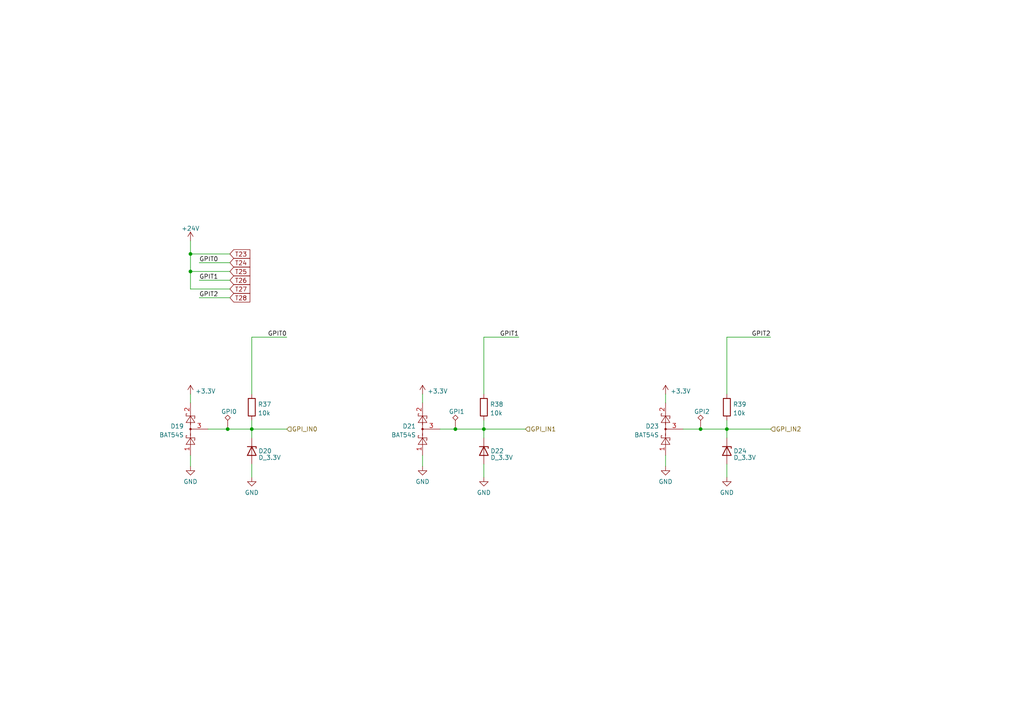
<source format=kicad_sch>
(kicad_sch (version 20211123) (generator eeschema)
  (paper "A4")
  (title_block (title "FloatPUMP Schematics") (date "2022-11-11") (rev "1.0") (company "robtor.de") (comment 1 "Controller board for up to 3 water pumps") (comment 2 "measuring capabilities with piezoresistive pressure sensors") (comment 3 "sensor input Range 4mA-20mA"))
  (lib_symbols
    (symbol "Connector:TestPoint_Alt" (pin_numbers hide) (pin_names (offset 0.762) hide)
      (property "Reference" "TP" (at 0 6.858 0))
      (property "Value" "TestPoint_Alt" (at 0 5.08 0))
      (symbol "TestPoint_Alt_0_1"
        (polyline (pts (xy 0 2.54) (xy -0.762 3.302) (xy 0 4.064) (xy 0.762 3.302) (xy 0 2.54)))
      )
      (symbol "TestPoint_Alt_1_1"
        (pin passive line (at 0 0 90) (length 2.54) (name "1") (number "1"))
      )
    )
    (symbol "D_Zener_1" (pin_numbers hide) (pin_names (offset 1.016) hide)
      (property "Reference" "D?" (at 2.032 0.8347 90))
      (property "Value" "D_Zener_1" (at 2.032 -1.7022 90))
      (symbol "D_Zener_1_0_1"
        (polyline (pts (xy 1.27 0) (xy -1.27 0)))
        (polyline (pts (xy -1.27 -1.27) (xy -1.27 1.27) (xy -0.762 1.27)) (stroke (width 0.254)))
        (polyline (pts (xy 1.27 -1.27) (xy 1.27 1.27) (xy -1.27 0) (xy 1.27 -1.27)) (stroke (width 0.254)))
      )
      (symbol "D_Zener_1_1_1"
        (pin passive line (at 3.81 0 180) (length 2.54) (name "A") (number "1"))
        (pin passive line (at -3.81 0 0) (length 2.54) (name "K") (number "3"))
      )
    )
    (symbol "Device:R" (pin_numbers hide) (pin_names (offset 0))
      (property "Reference" "R" (at 2.032 0 90))
      (property "Value" "R" (at 0 0 90))
      (symbol "R_0_1"
        (rectangle (start -1.016 -2.54) (end 1.016 2.54) (stroke (width 0.254)))
      )
      (symbol "R_1_1"
        (pin passive line (at 0 3.81 270) (length 1.27) (name "~") (number "1"))
        (pin passive line (at 0 -3.81 90) (length 1.27) (name "~") (number "2"))
      )
    )
    (symbol "Diode:BAT54S" (pin_names (offset 1.016))
      (property "Reference" "D" (at 0.635 -3.81 0))
      (property "Value" "BAT54S" (at -6.35 3.175 0))
      (symbol "BAT54S_0_1"
        (polyline (pts (xy -3.81 0) (xy -1.27 0)))
        (polyline (pts (xy -3.175 -1.27) (xy -3.175 -1.016)))
        (polyline (pts (xy -2.54 -1.27) (xy -3.175 -1.27)))
        (polyline (pts (xy -2.54 -1.27) (xy -2.54 1.27)))
        (polyline (pts (xy -2.54 1.27) (xy -1.905 1.27)))
        (polyline (pts (xy -1.905 0) (xy 1.905 0)))
        (polyline (pts (xy -1.905 1.27) (xy -1.905 1.016)))
        (polyline (pts (xy 1.27 0) (xy 3.81 0)))
        (polyline (pts (xy 3.175 -1.27) (xy 3.175 -1.016)))
        (polyline (pts (xy 3.81 -1.27) (xy 3.175 -1.27)))
        (polyline (pts (xy 3.81 -1.27) (xy 3.81 1.27)))
        (polyline (pts (xy 3.81 1.27) (xy 4.445 1.27)))
        (polyline (pts (xy 4.445 1.27) (xy 4.445 1.016)))
        (polyline (pts (xy -4.445 1.27) (xy -4.445 -1.27) (xy -2.54 0) (xy -4.445 1.27)))
        (polyline (pts (xy 1.905 1.27) (xy 1.905 -1.27) (xy 3.81 0) (xy 1.905 1.27)))
        (circle (center 0 0) (radius 0.254) (fill (type outline)))
      )
      (symbol "BAT54S_1_1"
        (pin passive line (at -7.62 0 0) (length 3.81) (name "~") (number "1"))
        (pin passive line (at 7.62 0 180) (length 3.81) (name "~") (number "2"))
        (pin passive line (at 0 -5.08 90) (length 5.08) (name "~") (number "3"))
      )
    )
    (symbol "power:+24V" (power) (pin_names (offset 0))
      (property "Value" "+24V" (at 0 3.556 0))
      (symbol "+24V_0_1"
        (polyline (pts (xy -0.762 1.27) (xy 0 2.54)))
        (polyline (pts (xy 0 0) (xy 0 2.54)))
        (polyline (pts (xy 0 2.54) (xy 0.762 1.27)))
      )
      (symbol "+24V_1_1"
        (pin power_in line (at 0 0 90) (length 0) hide (name "+24V") (number "1"))
      )
    )
    (symbol "power:+3.3V" (power) (pin_names (offset 0))
      (property "Value" "+3.3V" (at 0 3.556 0))
      (symbol "+3.3V_0_1"
        (polyline (pts (xy -0.762 1.27) (xy 0 2.54)))
        (polyline (pts (xy 0 0) (xy 0 2.54)))
        (polyline (pts (xy 0 2.54) (xy 0.762 1.27)))
      )
      (symbol "+3.3V_1_1"
        (pin power_in line (at 0 0 90) (length 0) hide (name "+3.3V") (number "1"))
      )
    )
    (symbol "power:GND" (power) (pin_names (offset 0))
      (property "Value" "GND" (at 0 -3.81 0))
      (symbol "GND_0_1"
        (polyline (pts (xy 0 0) (xy 0 -1.27) (xy 1.27 -1.27) (xy 0 -2.54) (xy -1.27 -1.27) (xy 0 -1.27)))
      )
      (symbol "GND_1_1"
        (pin power_in line (at 0 0 270) (length 0) hide (name "GND") (number "1"))
      )
    )
  )
  (junction (at 203.2 124.46))
  (junction (at 66.04 124.46))
  (junction (at 73.025 124.46))
  (junction (at 55.245 73.66))
  (junction (at 55.245 78.74))
  (junction (at 132.08 124.46))
  (junction (at 210.82 124.46))
  (junction (at 140.335 124.46))
  (wire (pts (xy 140.335 134.62) (xy 140.335 138.43)))
  (wire (pts (xy 210.82 114.3) (xy 210.82 97.79)))
  (wire (pts (xy 55.245 78.74) (xy 66.675 78.74)))
  (wire (pts (xy 66.04 124.46) (xy 73.025 124.46)))
  (wire (pts (xy 55.245 69.85) (xy 55.245 73.66)))
  (wire (pts (xy 198.12 124.46) (xy 203.2 124.46)))
  (wire (pts (xy 57.785 86.36) (xy 66.675 86.36)))
  (wire (pts (xy 73.025 121.92) (xy 73.025 124.46)))
  (wire (pts (xy 55.245 73.66) (xy 66.675 73.66)))
  (wire (pts (xy 140.335 121.92) (xy 140.335 124.46)))
  (wire (pts (xy 73.025 124.46) (xy 73.025 127)))
  (wire (pts (xy 122.555 114.3) (xy 122.555 116.84)))
  (wire (pts (xy 73.025 124.46) (xy 83.185 124.46)))
  (wire (pts (xy 73.025 114.3) (xy 73.025 97.79)))
  (wire (pts (xy 210.82 124.46) (xy 210.82 127)))
  (wire (pts (xy 210.82 124.46) (xy 223.52 124.46)))
  (wire (pts (xy 57.785 76.2) (xy 66.675 76.2)))
  (wire (pts (xy 55.245 114.3) (xy 55.245 116.84)))
  (wire (pts (xy 55.245 132.08) (xy 55.245 135.255)))
  (wire (pts (xy 210.82 121.92) (xy 210.82 124.46)))
  (wire (pts (xy 127.635 124.46) (xy 132.08 124.46)))
  (wire (pts (xy 55.245 78.74) (xy 55.245 83.82)))
  (wire (pts (xy 73.025 134.62) (xy 73.025 138.43)))
  (wire (pts (xy 60.325 124.46) (xy 66.04 124.46)))
  (wire (pts (xy 73.025 97.79) (xy 83.185 97.79)))
  (wire (pts (xy 210.82 97.79) (xy 223.52 97.79)))
  (wire (pts (xy 140.335 97.79) (xy 150.495 97.79)))
  (wire (pts (xy 55.245 73.66) (xy 55.245 78.74)))
  (wire (pts (xy 193.04 114.3) (xy 193.04 116.84)))
  (wire (pts (xy 203.2 124.46) (xy 210.82 124.46)))
  (wire (pts (xy 140.335 97.79) (xy 140.335 114.3)))
  (wire (pts (xy 55.245 83.82) (xy 66.675 83.82)))
  (wire (pts (xy 57.785 81.28) (xy 66.675 81.28)))
  (wire (pts (xy 122.555 132.08) (xy 122.555 135.255)))
  (wire (pts (xy 140.335 124.46) (xy 152.4 124.46)))
  (wire (pts (xy 140.335 124.46) (xy 140.335 127)))
  (wire (pts (xy 132.08 124.46) (xy 140.335 124.46)))
  (wire (pts (xy 193.04 132.08) (xy 193.04 135.255)))
  (wire (pts (xy 210.82 134.62) (xy 210.82 138.43)))
  (label "GPIT1" (at 150.495 97.79 180))
  (label "GPIT1" (at 57.785 81.28 0))
  (label "GPIT0" (at 83.185 97.79 180))
  (label "GPIT0" (at 57.785 76.2 0))
  (label "GPIT2" (at 57.785 86.36 0))
  (label "GPIT2" (at 223.52 97.79 180))
  (global_label "T27" (shape input) (at 66.675 83.82 0) (property "Referenzen zwischen Schaltplänen" "${INTERSHEET_REFS}" (effects hide)))
  (global_label "T24" (shape input) (at 66.675 76.2 0) (property "Referenzen zwischen Schaltplänen" "${INTERSHEET_REFS}" (effects hide)))
  (global_label "T28" (shape input) (at 66.675 86.36 0) (property "Referenzen zwischen Schaltplänen" "${INTERSHEET_REFS}" (effects hide)))
  (global_label "T23" (shape input) (at 66.675 73.66 0) (property "Referenzen zwischen Schaltplänen" "${INTERSHEET_REFS}" (effects hide)))
  (global_label "T25" (shape input) (at 66.675 78.74 0) (property "Referenzen zwischen Schaltplänen" "${INTERSHEET_REFS}" (effects hide)))
  (global_label "T26" (shape input) (at 66.675 81.28 0) (property "Referenzen zwischen Schaltplänen" "${INTERSHEET_REFS}" (effects hide)))
  (hierarchical_label "GPI_IN0" (shape input) (at 83.185 124.46 0))
  (hierarchical_label "GPI_IN2" (shape input) (at 223.52 124.46 0))
  (hierarchical_label "GPI_IN1" (shape input) (at 152.4 124.46 0))
  (symbol (lib_id "power:GND") (at 73.025 138.43 0) (unit 1)
    (property "Reference" "#PWR088" (effects hide))
    (property "Value" "GND" (at 73.025 142.8734 0))
  )
  (symbol (lib_name "D_Zener_1") (lib_id "Device:D_Zener") (at 210.82 130.81 270) (unit 1)
    (property "Reference" "D24" (at 212.725 130.81 90) (effects (justify left)))
    (property "Value" "D_3.3V" (at 212.725 132.715 90) (effects (justify left)))
    (property "Footprint" "Package_TO_SOT_SMD:SOT-23" (effects hide))
    (property "Datasheet" "https://datasheet.lcsc.com/lcsc/1809191825_LRC-LBZX84C3V3LT1G_C12745.pdf" (effects hide))
    (property "JLCPCB" "C131832" (effects hide))
  )
  (symbol (lib_name "D_Zener_1") (lib_id "Device:D_Zener") (at 73.025 130.81 270) (unit 1)
    (property "Reference" "D20" (at 74.93 130.81 90) (effects (justify left)))
    (property "Value" "D_3.3V" (at 74.93 132.715 90) (effects (justify left)))
    (property "Footprint" "Package_TO_SOT_SMD:SOT-23" (effects hide))
    (property "Datasheet" "https://datasheet.lcsc.com/lcsc/1809191825_LRC-LBZX84C3V3LT1G_C12745.pdf" (effects hide))
    (property "JLCPCB" "C131832" (effects hide))
  )
  (symbol (lib_id "Connector:TestPoint_Alt") (at 203.2 124.46 0) (unit 1)
    (property "Reference" "TP21" (effects hide))
    (property "Value" "GPI2" (at 201.295 119.38 0) (effects (justify left)))
    (property "Footprint" "TestPoint:TestPoint_Pad_D1.0mm" (effects hide))
  )
  (symbol (lib_id "Device:R") (at 210.82 118.11 0) (unit 1)
    (property "Reference" "R39" (at 212.598 117.2753 0) (effects (justify left)))
    (property "Value" "10k" (at 212.598 119.8122 0) (effects (justify left)))
    (property "Footprint" "Resistor_SMD:R_0603_1608Metric" (effects hide))
    (property "JLCPCB" "C238881" (effects hide))
  )
  (symbol (lib_id "Diode:BAT54S") (at 193.04 124.46 90) (unit 1)
    (property "Reference" "D23" (at 191.135 123.6253 90) (effects (justify left)))
    (property "Value" "BAT54S" (at 191.135 126.1622 90) (effects (justify left)))
    (property "Footprint" "Package_TO_SOT_SMD:SOT-23" (effects hide))
    (property "Datasheet" "https://www.diodes.com/assets/Datasheets/ds11005.pdf" (effects hide))
    (property "JLCPCB" "C2762214" (effects hide))
  )
  (symbol (lib_id "power:+3.3V") (at 55.245 114.3 0) (unit 1)
    (property "Reference" "#PWR086" (effects hide))
    (property "Value" "+3.3V" (at 56.642 113.4638 0) (effects (justify left)))
  )
  (symbol (lib_id "power:+3.3V") (at 193.04 114.3 0) (unit 1)
    (property "Reference" "#PWR092" (effects hide))
    (property "Value" "+3.3V" (at 194.437 113.4638 0) (effects (justify left)))
  )
  (symbol (lib_id "Connector:TestPoint_Alt") (at 132.08 124.46 0) (unit 1)
    (property "Reference" "TP20" (effects hide))
    (property "Value" "GPI1" (at 130.175 119.38 0) (effects (justify left)))
    (property "Footprint" "TestPoint:TestPoint_Pad_D1.0mm" (effects hide))
  )
  (symbol (lib_id "Device:R") (at 73.025 118.11 0) (unit 1)
    (property "Reference" "R37" (at 74.803 117.2753 0) (effects (justify left)))
    (property "Value" "10k" (at 74.803 119.8122 0) (effects (justify left)))
    (property "Footprint" "Resistor_SMD:R_0603_1608Metric" (effects hide))
    (property "JLCPCB" "C238881" (effects hide))
  )
  (symbol (lib_id "power:GND") (at 55.245 135.255 0) (unit 1)
    (property "Reference" "#PWR087" (effects hide))
    (property "Value" "GND" (at 55.245 139.6984 0))
  )
  (symbol (lib_id "power:GND") (at 122.555 135.255 0) (unit 1)
    (property "Reference" "#PWR090" (effects hide))
    (property "Value" "GND" (at 122.555 139.6984 0))
  )
  (symbol (lib_id "power:GND") (at 193.04 135.255 0) (unit 1)
    (property "Reference" "#PWR093" (effects hide))
    (property "Value" "GND" (at 193.04 139.6984 0))
  )
  (symbol (lib_id "power:GND") (at 210.82 138.43 0) (unit 1)
    (property "Reference" "#PWR094" (effects hide))
    (property "Value" "GND" (at 210.82 142.8734 0))
  )
  (symbol (lib_id "Diode:BAT54S") (at 122.555 124.46 90) (unit 1)
    (property "Reference" "D21" (at 120.65 123.6253 90) (effects (justify left)))
    (property "Value" "BAT54S" (at 120.65 126.1622 90) (effects (justify left)))
    (property "Footprint" "Package_TO_SOT_SMD:SOT-23" (effects hide))
    (property "Datasheet" "https://www.diodes.com/assets/Datasheets/ds11005.pdf" (effects hide))
    (property "JLCPCB" "C2762214" (effects hide))
  )
  (symbol (lib_name "D_Zener_1") (lib_id "Device:D_Zener") (at 140.335 130.81 270) (unit 1)
    (property "Reference" "D22" (at 142.24 130.81 90) (effects (justify left)))
    (property "Value" "D_3.3V" (at 142.24 132.715 90) (effects (justify left)))
    (property "Footprint" "Package_TO_SOT_SMD:SOT-23" (effects hide))
    (property "Datasheet" "https://datasheet.lcsc.com/lcsc/1809191825_LRC-LBZX84C3V3LT1G_C12745.pdf" (effects hide))
    (property "JLCPCB" "C131832" (effects hide))
  )
  (symbol (lib_id "power:+24V") (at 55.245 69.85 0) (unit 1)
    (property "Reference" "#PWR085" (effects hide))
    (property "Value" "+24V" (at 55.245 66.2742 0))
  )
  (symbol (lib_id "Connector:TestPoint_Alt") (at 66.04 124.46 0) (unit 1)
    (property "Reference" "TP19" (effects hide))
    (property "Value" "GPI0" (at 64.135 119.38 0) (effects (justify left)))
    (property "Footprint" "TestPoint:TestPoint_Pad_D1.0mm" (effects hide))
  )
  (symbol (lib_id "Diode:BAT54S") (at 55.245 124.46 90) (unit 1)
    (property "Reference" "D19" (at 53.34 123.6253 90) (effects (justify left)))
    (property "Value" "BAT54S" (at 53.34 126.1622 90) (effects (justify left)))
    (property "Footprint" "Package_TO_SOT_SMD:SOT-23" (effects hide))
    (property "Datasheet" "https://www.diodes.com/assets/Datasheets/ds11005.pdf" (effects hide))
    (property "JLCPCB" "C2762214" (effects hide))
  )
  (symbol (lib_id "power:+3.3V") (at 122.555 114.3 0) (unit 1)
    (property "Reference" "#PWR089" (effects hide))
    (property "Value" "+3.3V" (at 123.952 113.4638 0) (effects (justify left)))
  )
  (symbol (lib_id "Device:R") (at 140.335 118.11 0) (unit 1)
    (property "Reference" "R38" (at 142.113 117.2753 0) (effects (justify left)))
    (property "Value" "10k" (at 142.113 119.8122 0) (effects (justify left)))
    (property "Footprint" "Resistor_SMD:R_0603_1608Metric" (effects hide))
    (property "JLCPCB" "C238881" (effects hide))
  )
  (symbol (lib_id "power:GND") (at 140.335 138.43 0) (unit 1)
    (property "Reference" "#PWR091" (effects hide))
    (property "Value" "GND" (at 140.335 142.8734 0))
  )
)
</source>
